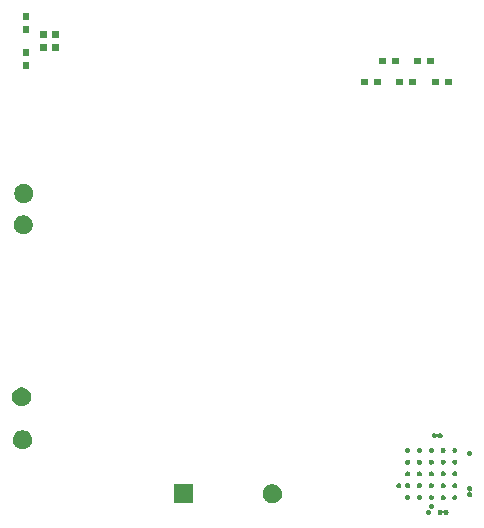
<source format=gbr>
G04 #@! TF.GenerationSoftware,KiCad,Pcbnew,(5.1.0-0)*
G04 #@! TF.CreationDate,2020-07-17T10:06:28-06:00*
G04 #@! TF.ProjectId,Monitor,4d6f6e69-746f-4722-9e6b-696361645f70,rev?*
G04 #@! TF.SameCoordinates,Original*
G04 #@! TF.FileFunction,Soldermask,Bot*
G04 #@! TF.FilePolarity,Negative*
%FSLAX46Y46*%
G04 Gerber Fmt 4.6, Leading zero omitted, Abs format (unit mm)*
G04 Created by KiCad (PCBNEW (5.1.0-0)) date 2020-07-17 10:06:28*
%MOMM*%
%LPD*%
G04 APERTURE LIST*
%ADD10C,0.100000*%
G04 APERTURE END LIST*
D10*
G36*
X159872946Y-108257493D02*
G01*
X159912220Y-108273761D01*
X159947564Y-108297377D01*
X159977623Y-108327436D01*
X159977626Y-108327441D01*
X160001239Y-108362780D01*
X160001335Y-108363012D01*
X160007202Y-108373990D01*
X160015099Y-108383613D01*
X160024722Y-108391509D01*
X160035700Y-108397377D01*
X160047612Y-108400991D01*
X160060000Y-108402211D01*
X160072388Y-108400991D01*
X160084300Y-108397377D01*
X160095278Y-108391510D01*
X160104901Y-108383613D01*
X160112797Y-108373990D01*
X160118665Y-108363012D01*
X160118761Y-108362780D01*
X160142374Y-108327441D01*
X160142377Y-108327436D01*
X160172436Y-108297377D01*
X160207780Y-108273761D01*
X160247054Y-108257493D01*
X160288746Y-108249200D01*
X160331254Y-108249200D01*
X160372946Y-108257493D01*
X160412220Y-108273761D01*
X160447564Y-108297377D01*
X160477623Y-108327436D01*
X160501239Y-108362780D01*
X160517507Y-108402054D01*
X160525800Y-108443746D01*
X160525800Y-108486254D01*
X160517507Y-108527946D01*
X160501239Y-108567220D01*
X160477623Y-108602564D01*
X160447564Y-108632623D01*
X160412220Y-108656239D01*
X160372946Y-108672507D01*
X160331254Y-108680800D01*
X160288746Y-108680800D01*
X160247054Y-108672507D01*
X160207780Y-108656239D01*
X160172436Y-108632623D01*
X160142377Y-108602564D01*
X160118761Y-108567220D01*
X160118665Y-108566987D01*
X160112798Y-108556010D01*
X160104901Y-108546387D01*
X160095278Y-108538491D01*
X160084300Y-108532623D01*
X160072388Y-108529009D01*
X160060000Y-108527789D01*
X160047612Y-108529009D01*
X160035700Y-108532623D01*
X160024722Y-108538490D01*
X160015099Y-108546387D01*
X160007203Y-108556010D01*
X160001335Y-108566987D01*
X160001239Y-108567220D01*
X159977623Y-108602564D01*
X159947564Y-108632623D01*
X159912220Y-108656239D01*
X159872946Y-108672507D01*
X159831254Y-108680800D01*
X159788746Y-108680800D01*
X159747054Y-108672507D01*
X159707780Y-108656239D01*
X159672436Y-108632623D01*
X159642377Y-108602564D01*
X159618761Y-108567220D01*
X159602493Y-108527946D01*
X159594200Y-108486254D01*
X159594200Y-108443746D01*
X159602493Y-108402054D01*
X159618761Y-108362780D01*
X159642377Y-108327436D01*
X159672436Y-108297377D01*
X159707780Y-108273761D01*
X159747054Y-108257493D01*
X159788746Y-108249200D01*
X159831254Y-108249200D01*
X159872946Y-108257493D01*
X159872946Y-108257493D01*
G37*
G36*
X158872946Y-108257493D02*
G01*
X158899205Y-108268370D01*
X158909136Y-108271383D01*
X158911220Y-108273093D01*
X158912219Y-108273761D01*
X158912220Y-108273761D01*
X158947564Y-108297377D01*
X158977623Y-108327436D01*
X159001239Y-108362780D01*
X159017507Y-108402054D01*
X159025800Y-108443746D01*
X159025800Y-108486254D01*
X159017507Y-108527946D01*
X159001239Y-108567220D01*
X158977623Y-108602564D01*
X158947564Y-108632623D01*
X158912220Y-108656239D01*
X158872946Y-108672507D01*
X158831254Y-108680800D01*
X158788746Y-108680800D01*
X158747054Y-108672507D01*
X158707780Y-108656239D01*
X158672436Y-108632623D01*
X158642377Y-108602564D01*
X158618761Y-108567220D01*
X158602493Y-108527946D01*
X158594200Y-108486254D01*
X158594200Y-108443746D01*
X158602493Y-108402054D01*
X158618761Y-108362780D01*
X158642377Y-108327436D01*
X158672436Y-108297377D01*
X158707780Y-108273761D01*
X158747054Y-108257493D01*
X158788746Y-108249200D01*
X158831254Y-108249200D01*
X158872946Y-108257493D01*
X158872946Y-108257493D01*
G37*
G36*
X159122946Y-107757493D02*
G01*
X159162220Y-107773761D01*
X159197564Y-107797377D01*
X159227623Y-107827436D01*
X159251239Y-107862780D01*
X159267507Y-107902054D01*
X159275800Y-107943746D01*
X159275800Y-107986254D01*
X159267507Y-108027946D01*
X159251239Y-108067220D01*
X159227623Y-108102564D01*
X159197564Y-108132623D01*
X159162220Y-108156239D01*
X159122946Y-108172507D01*
X159081254Y-108180800D01*
X159038746Y-108180800D01*
X158997054Y-108172507D01*
X158970795Y-108161630D01*
X158960864Y-108158617D01*
X158958780Y-108156907D01*
X158957780Y-108156239D01*
X158922436Y-108132623D01*
X158892377Y-108102564D01*
X158868761Y-108067220D01*
X158852493Y-108027946D01*
X158844200Y-107986254D01*
X158844200Y-107943746D01*
X158852493Y-107902054D01*
X158868761Y-107862780D01*
X158892377Y-107827436D01*
X158922436Y-107797377D01*
X158957780Y-107773761D01*
X158997054Y-107757493D01*
X159038746Y-107749200D01*
X159081254Y-107749200D01*
X159122946Y-107757493D01*
X159122946Y-107757493D01*
G37*
G36*
X138894400Y-107712800D02*
G01*
X137268800Y-107712800D01*
X137268800Y-106087200D01*
X138894400Y-106087200D01*
X138894400Y-107712800D01*
X138894400Y-107712800D01*
G37*
G36*
X145837085Y-106118435D02*
G01*
X145837088Y-106118436D01*
X145837087Y-106118436D01*
X145985002Y-106179704D01*
X145985005Y-106179706D01*
X146118130Y-106268657D01*
X146231343Y-106381870D01*
X146264037Y-106430800D01*
X146320296Y-106514998D01*
X146356565Y-106602559D01*
X146381565Y-106662915D01*
X146412800Y-106819946D01*
X146412800Y-106980054D01*
X146381565Y-107137085D01*
X146381564Y-107137087D01*
X146320296Y-107285002D01*
X146320294Y-107285005D01*
X146231343Y-107418130D01*
X146118130Y-107531343D01*
X145985005Y-107620294D01*
X145985002Y-107620296D01*
X145864406Y-107670248D01*
X145837085Y-107681565D01*
X145680054Y-107712800D01*
X145519946Y-107712800D01*
X145362915Y-107681565D01*
X145335594Y-107670248D01*
X145214998Y-107620296D01*
X145214995Y-107620294D01*
X145081870Y-107531343D01*
X144968657Y-107418130D01*
X144879706Y-107285005D01*
X144879704Y-107285002D01*
X144818436Y-107137087D01*
X144818435Y-107137085D01*
X144787200Y-106980054D01*
X144787200Y-106819946D01*
X144818435Y-106662915D01*
X144843435Y-106602559D01*
X144879704Y-106514998D01*
X144935963Y-106430800D01*
X144968657Y-106381870D01*
X145081870Y-106268657D01*
X145214995Y-106179706D01*
X145214998Y-106179704D01*
X145362913Y-106118436D01*
X145362912Y-106118436D01*
X145362915Y-106118435D01*
X145519946Y-106087200D01*
X145680054Y-106087200D01*
X145837085Y-106118435D01*
X145837085Y-106118435D01*
G37*
G36*
X158122946Y-107007493D02*
G01*
X158162220Y-107023761D01*
X158197564Y-107047377D01*
X158227623Y-107077436D01*
X158251239Y-107112780D01*
X158267507Y-107152054D01*
X158275800Y-107193746D01*
X158275800Y-107236254D01*
X158267507Y-107277946D01*
X158251239Y-107317220D01*
X158227623Y-107352564D01*
X158197564Y-107382623D01*
X158162220Y-107406239D01*
X158122946Y-107422507D01*
X158081254Y-107430800D01*
X158038746Y-107430800D01*
X157997054Y-107422507D01*
X157957780Y-107406239D01*
X157922436Y-107382623D01*
X157892377Y-107352564D01*
X157868761Y-107317220D01*
X157852493Y-107277946D01*
X157844200Y-107236254D01*
X157844200Y-107193746D01*
X157852493Y-107152054D01*
X157868761Y-107112780D01*
X157892377Y-107077436D01*
X157922436Y-107047377D01*
X157957780Y-107023761D01*
X157997054Y-107007493D01*
X158038746Y-106999200D01*
X158081254Y-106999200D01*
X158122946Y-107007493D01*
X158122946Y-107007493D01*
G37*
G36*
X157122946Y-107007493D02*
G01*
X157162220Y-107023761D01*
X157197564Y-107047377D01*
X157227623Y-107077436D01*
X157251239Y-107112780D01*
X157267507Y-107152054D01*
X157275800Y-107193746D01*
X157275800Y-107236254D01*
X157267507Y-107277946D01*
X157251239Y-107317220D01*
X157227623Y-107352564D01*
X157197564Y-107382623D01*
X157162220Y-107406239D01*
X157122946Y-107422507D01*
X157081254Y-107430800D01*
X157038746Y-107430800D01*
X156997054Y-107422507D01*
X156957780Y-107406239D01*
X156922436Y-107382623D01*
X156892377Y-107352564D01*
X156868761Y-107317220D01*
X156852493Y-107277946D01*
X156844200Y-107236254D01*
X156844200Y-107193746D01*
X156852493Y-107152054D01*
X156868761Y-107112780D01*
X156892377Y-107077436D01*
X156922436Y-107047377D01*
X156957780Y-107023761D01*
X156997054Y-107007493D01*
X157038746Y-106999200D01*
X157081254Y-106999200D01*
X157122946Y-107007493D01*
X157122946Y-107007493D01*
G37*
G36*
X159122946Y-107007493D02*
G01*
X159162220Y-107023761D01*
X159197564Y-107047377D01*
X159227623Y-107077436D01*
X159251239Y-107112780D01*
X159267507Y-107152054D01*
X159275800Y-107193746D01*
X159275800Y-107236254D01*
X159267507Y-107277946D01*
X159251239Y-107317220D01*
X159227623Y-107352564D01*
X159197564Y-107382623D01*
X159162220Y-107406239D01*
X159122946Y-107422507D01*
X159081254Y-107430800D01*
X159038746Y-107430800D01*
X158997054Y-107422507D01*
X158957780Y-107406239D01*
X158922436Y-107382623D01*
X158892377Y-107352564D01*
X158868761Y-107317220D01*
X158852493Y-107277946D01*
X158844200Y-107236254D01*
X158844200Y-107193746D01*
X158852493Y-107152054D01*
X158868761Y-107112780D01*
X158892377Y-107077436D01*
X158922436Y-107047377D01*
X158957780Y-107023761D01*
X158997054Y-107007493D01*
X159038746Y-106999200D01*
X159081254Y-106999200D01*
X159122946Y-107007493D01*
X159122946Y-107007493D01*
G37*
G36*
X161122946Y-107007493D02*
G01*
X161162220Y-107023761D01*
X161197564Y-107047377D01*
X161227623Y-107077436D01*
X161251239Y-107112780D01*
X161267507Y-107152054D01*
X161275800Y-107193746D01*
X161275800Y-107236254D01*
X161267507Y-107277946D01*
X161251239Y-107317220D01*
X161227623Y-107352564D01*
X161197564Y-107382623D01*
X161162220Y-107406239D01*
X161122946Y-107422507D01*
X161081254Y-107430800D01*
X161038746Y-107430800D01*
X160997054Y-107422507D01*
X160957780Y-107406239D01*
X160922436Y-107382623D01*
X160892377Y-107352564D01*
X160868761Y-107317220D01*
X160852493Y-107277946D01*
X160844200Y-107236254D01*
X160844200Y-107193746D01*
X160852493Y-107152054D01*
X160868761Y-107112780D01*
X160892377Y-107077436D01*
X160922436Y-107047377D01*
X160957780Y-107023761D01*
X160997054Y-107007493D01*
X161038746Y-106999200D01*
X161081254Y-106999200D01*
X161122946Y-107007493D01*
X161122946Y-107007493D01*
G37*
G36*
X160122946Y-107007493D02*
G01*
X160162220Y-107023761D01*
X160197564Y-107047377D01*
X160227623Y-107077436D01*
X160251239Y-107112780D01*
X160267507Y-107152054D01*
X160275800Y-107193746D01*
X160275800Y-107236254D01*
X160267507Y-107277946D01*
X160251239Y-107317220D01*
X160227623Y-107352564D01*
X160197564Y-107382623D01*
X160162220Y-107406239D01*
X160122946Y-107422507D01*
X160081254Y-107430800D01*
X160038746Y-107430800D01*
X159997054Y-107422507D01*
X159957780Y-107406239D01*
X159922436Y-107382623D01*
X159892377Y-107352564D01*
X159868761Y-107317220D01*
X159852493Y-107277946D01*
X159844200Y-107236254D01*
X159844200Y-107193746D01*
X159852493Y-107152054D01*
X159868761Y-107112780D01*
X159892377Y-107077436D01*
X159922436Y-107047377D01*
X159957780Y-107023761D01*
X159997054Y-107007493D01*
X160038746Y-106999200D01*
X160081254Y-106999200D01*
X160122946Y-107007493D01*
X160122946Y-107007493D01*
G37*
G36*
X162372946Y-106257493D02*
G01*
X162412220Y-106273761D01*
X162447564Y-106297377D01*
X162477623Y-106327436D01*
X162501239Y-106362780D01*
X162517507Y-106402054D01*
X162525800Y-106443746D01*
X162525800Y-106486254D01*
X162517507Y-106527946D01*
X162501239Y-106567220D01*
X162477623Y-106602564D01*
X162447564Y-106632623D01*
X162412220Y-106656239D01*
X162411988Y-106656335D01*
X162401010Y-106662202D01*
X162391387Y-106670099D01*
X162383491Y-106679722D01*
X162377623Y-106690700D01*
X162374009Y-106702612D01*
X162372789Y-106715000D01*
X162374009Y-106727388D01*
X162377623Y-106739300D01*
X162383490Y-106750278D01*
X162391387Y-106759901D01*
X162401010Y-106767797D01*
X162411987Y-106773665D01*
X162412220Y-106773761D01*
X162447564Y-106797377D01*
X162477623Y-106827436D01*
X162501239Y-106862780D01*
X162517507Y-106902054D01*
X162525800Y-106943746D01*
X162525800Y-106986254D01*
X162517507Y-107027946D01*
X162501239Y-107067220D01*
X162477623Y-107102564D01*
X162447564Y-107132623D01*
X162412220Y-107156239D01*
X162372946Y-107172507D01*
X162331254Y-107180800D01*
X162288746Y-107180800D01*
X162247054Y-107172507D01*
X162207780Y-107156239D01*
X162172436Y-107132623D01*
X162142377Y-107102564D01*
X162118761Y-107067220D01*
X162102493Y-107027946D01*
X162094200Y-106986254D01*
X162094200Y-106943746D01*
X162102493Y-106902054D01*
X162118761Y-106862780D01*
X162142377Y-106827436D01*
X162172436Y-106797377D01*
X162207780Y-106773761D01*
X162208013Y-106773665D01*
X162218990Y-106767798D01*
X162228613Y-106759901D01*
X162236509Y-106750278D01*
X162242377Y-106739300D01*
X162245991Y-106727388D01*
X162247211Y-106715000D01*
X162245991Y-106702612D01*
X162242377Y-106690700D01*
X162236510Y-106679722D01*
X162228613Y-106670099D01*
X162218990Y-106662203D01*
X162208012Y-106656335D01*
X162207780Y-106656239D01*
X162172436Y-106632623D01*
X162142377Y-106602564D01*
X162118761Y-106567220D01*
X162102493Y-106527946D01*
X162094200Y-106486254D01*
X162094200Y-106443746D01*
X162102493Y-106402054D01*
X162118761Y-106362780D01*
X162142377Y-106327436D01*
X162172436Y-106297377D01*
X162207780Y-106273761D01*
X162247054Y-106257493D01*
X162288746Y-106249200D01*
X162331254Y-106249200D01*
X162372946Y-106257493D01*
X162372946Y-106257493D01*
G37*
G36*
X161122946Y-106007493D02*
G01*
X161162220Y-106023761D01*
X161197564Y-106047377D01*
X161227623Y-106077436D01*
X161251239Y-106112780D01*
X161267507Y-106152054D01*
X161275800Y-106193746D01*
X161275800Y-106236254D01*
X161267507Y-106277946D01*
X161251239Y-106317220D01*
X161227623Y-106352564D01*
X161197564Y-106382623D01*
X161162220Y-106406239D01*
X161122946Y-106422507D01*
X161081254Y-106430800D01*
X161038746Y-106430800D01*
X160997054Y-106422507D01*
X160957780Y-106406239D01*
X160922436Y-106382623D01*
X160892377Y-106352564D01*
X160868761Y-106317220D01*
X160852493Y-106277946D01*
X160844200Y-106236254D01*
X160844200Y-106193746D01*
X160852493Y-106152054D01*
X160868761Y-106112780D01*
X160892377Y-106077436D01*
X160922436Y-106047377D01*
X160957780Y-106023761D01*
X160997054Y-106007493D01*
X161038746Y-105999200D01*
X161081254Y-105999200D01*
X161122946Y-106007493D01*
X161122946Y-106007493D01*
G37*
G36*
X160122946Y-106007493D02*
G01*
X160162220Y-106023761D01*
X160197564Y-106047377D01*
X160227623Y-106077436D01*
X160251239Y-106112780D01*
X160267507Y-106152054D01*
X160275800Y-106193746D01*
X160275800Y-106236254D01*
X160267507Y-106277946D01*
X160251239Y-106317220D01*
X160227623Y-106352564D01*
X160197564Y-106382623D01*
X160162220Y-106406239D01*
X160122946Y-106422507D01*
X160081254Y-106430800D01*
X160038746Y-106430800D01*
X159997054Y-106422507D01*
X159957780Y-106406239D01*
X159922436Y-106382623D01*
X159892377Y-106352564D01*
X159868761Y-106317220D01*
X159852493Y-106277946D01*
X159844200Y-106236254D01*
X159844200Y-106193746D01*
X159852493Y-106152054D01*
X159868761Y-106112780D01*
X159892377Y-106077436D01*
X159922436Y-106047377D01*
X159957780Y-106023761D01*
X159997054Y-106007493D01*
X160038746Y-105999200D01*
X160081254Y-105999200D01*
X160122946Y-106007493D01*
X160122946Y-106007493D01*
G37*
G36*
X159122946Y-106007493D02*
G01*
X159162220Y-106023761D01*
X159197564Y-106047377D01*
X159227623Y-106077436D01*
X159251239Y-106112780D01*
X159267507Y-106152054D01*
X159275800Y-106193746D01*
X159275800Y-106236254D01*
X159267507Y-106277946D01*
X159251239Y-106317220D01*
X159227623Y-106352564D01*
X159197564Y-106382623D01*
X159162220Y-106406239D01*
X159122946Y-106422507D01*
X159081254Y-106430800D01*
X159038746Y-106430800D01*
X158997054Y-106422507D01*
X158957780Y-106406239D01*
X158922436Y-106382623D01*
X158892377Y-106352564D01*
X158868761Y-106317220D01*
X158852493Y-106277946D01*
X158844200Y-106236254D01*
X158844200Y-106193746D01*
X158852493Y-106152054D01*
X158868761Y-106112780D01*
X158892377Y-106077436D01*
X158922436Y-106047377D01*
X158957780Y-106023761D01*
X158997054Y-106007493D01*
X159038746Y-105999200D01*
X159081254Y-105999200D01*
X159122946Y-106007493D01*
X159122946Y-106007493D01*
G37*
G36*
X158122946Y-106007493D02*
G01*
X158162220Y-106023761D01*
X158197564Y-106047377D01*
X158227623Y-106077436D01*
X158251239Y-106112780D01*
X158267507Y-106152054D01*
X158275800Y-106193746D01*
X158275800Y-106236254D01*
X158267507Y-106277946D01*
X158251239Y-106317220D01*
X158227623Y-106352564D01*
X158197564Y-106382623D01*
X158162220Y-106406239D01*
X158122946Y-106422507D01*
X158081254Y-106430800D01*
X158038746Y-106430800D01*
X157997054Y-106422507D01*
X157957780Y-106406239D01*
X157922436Y-106382623D01*
X157892377Y-106352564D01*
X157868761Y-106317220D01*
X157852493Y-106277946D01*
X157844200Y-106236254D01*
X157844200Y-106193746D01*
X157852493Y-106152054D01*
X157868761Y-106112780D01*
X157892377Y-106077436D01*
X157922436Y-106047377D01*
X157957780Y-106023761D01*
X157997054Y-106007493D01*
X158038746Y-105999200D01*
X158081254Y-105999200D01*
X158122946Y-106007493D01*
X158122946Y-106007493D01*
G37*
G36*
X157122946Y-106007493D02*
G01*
X157162220Y-106023761D01*
X157197564Y-106047377D01*
X157227623Y-106077436D01*
X157251239Y-106112780D01*
X157267507Y-106152054D01*
X157275800Y-106193746D01*
X157275800Y-106236254D01*
X157267507Y-106277946D01*
X157251239Y-106317220D01*
X157227623Y-106352564D01*
X157197564Y-106382623D01*
X157162220Y-106406239D01*
X157122946Y-106422507D01*
X157081254Y-106430800D01*
X157038746Y-106430800D01*
X156997054Y-106422507D01*
X156957780Y-106406239D01*
X156922436Y-106382623D01*
X156892377Y-106352564D01*
X156868761Y-106317220D01*
X156852493Y-106277946D01*
X156844200Y-106236254D01*
X156844200Y-106193746D01*
X156852493Y-106152054D01*
X156868761Y-106112780D01*
X156892377Y-106077436D01*
X156922436Y-106047377D01*
X156957780Y-106023761D01*
X156997054Y-106007493D01*
X157038746Y-105999200D01*
X157081254Y-105999200D01*
X157122946Y-106007493D01*
X157122946Y-106007493D01*
G37*
G36*
X156372946Y-106007493D02*
G01*
X156412220Y-106023761D01*
X156447564Y-106047377D01*
X156477623Y-106077436D01*
X156501239Y-106112780D01*
X156517507Y-106152054D01*
X156525800Y-106193746D01*
X156525800Y-106236254D01*
X156517507Y-106277946D01*
X156501239Y-106317220D01*
X156477623Y-106352564D01*
X156447564Y-106382623D01*
X156412220Y-106406239D01*
X156372946Y-106422507D01*
X156331254Y-106430800D01*
X156288746Y-106430800D01*
X156247054Y-106422507D01*
X156207780Y-106406239D01*
X156172436Y-106382623D01*
X156142377Y-106352564D01*
X156118761Y-106317220D01*
X156102493Y-106277946D01*
X156094200Y-106236254D01*
X156094200Y-106193746D01*
X156102493Y-106152054D01*
X156118761Y-106112780D01*
X156142377Y-106077436D01*
X156172436Y-106047377D01*
X156207780Y-106023761D01*
X156247054Y-106007493D01*
X156288746Y-105999200D01*
X156331254Y-105999200D01*
X156372946Y-106007493D01*
X156372946Y-106007493D01*
G37*
G36*
X159122946Y-105007493D02*
G01*
X159162220Y-105023761D01*
X159197564Y-105047377D01*
X159227623Y-105077436D01*
X159251239Y-105112780D01*
X159267507Y-105152054D01*
X159275800Y-105193746D01*
X159275800Y-105236254D01*
X159267507Y-105277946D01*
X159251239Y-105317220D01*
X159227623Y-105352564D01*
X159197564Y-105382623D01*
X159162220Y-105406239D01*
X159122946Y-105422507D01*
X159081254Y-105430800D01*
X159038746Y-105430800D01*
X158997054Y-105422507D01*
X158957780Y-105406239D01*
X158922436Y-105382623D01*
X158892377Y-105352564D01*
X158868761Y-105317220D01*
X158852493Y-105277946D01*
X158844200Y-105236254D01*
X158844200Y-105193746D01*
X158852493Y-105152054D01*
X158868761Y-105112780D01*
X158892377Y-105077436D01*
X158922436Y-105047377D01*
X158957780Y-105023761D01*
X158997054Y-105007493D01*
X159038746Y-104999200D01*
X159081254Y-104999200D01*
X159122946Y-105007493D01*
X159122946Y-105007493D01*
G37*
G36*
X157122946Y-105007493D02*
G01*
X157162220Y-105023761D01*
X157197564Y-105047377D01*
X157227623Y-105077436D01*
X157251239Y-105112780D01*
X157267507Y-105152054D01*
X157275800Y-105193746D01*
X157275800Y-105236254D01*
X157267507Y-105277946D01*
X157251239Y-105317220D01*
X157227623Y-105352564D01*
X157197564Y-105382623D01*
X157162220Y-105406239D01*
X157122946Y-105422507D01*
X157081254Y-105430800D01*
X157038746Y-105430800D01*
X156997054Y-105422507D01*
X156957780Y-105406239D01*
X156922436Y-105382623D01*
X156892377Y-105352564D01*
X156868761Y-105317220D01*
X156852493Y-105277946D01*
X156844200Y-105236254D01*
X156844200Y-105193746D01*
X156852493Y-105152054D01*
X156868761Y-105112780D01*
X156892377Y-105077436D01*
X156922436Y-105047377D01*
X156957780Y-105023761D01*
X156997054Y-105007493D01*
X157038746Y-104999200D01*
X157081254Y-104999200D01*
X157122946Y-105007493D01*
X157122946Y-105007493D01*
G37*
G36*
X158122946Y-105007493D02*
G01*
X158162220Y-105023761D01*
X158197564Y-105047377D01*
X158227623Y-105077436D01*
X158251239Y-105112780D01*
X158267507Y-105152054D01*
X158275800Y-105193746D01*
X158275800Y-105236254D01*
X158267507Y-105277946D01*
X158251239Y-105317220D01*
X158227623Y-105352564D01*
X158197564Y-105382623D01*
X158162220Y-105406239D01*
X158122946Y-105422507D01*
X158081254Y-105430800D01*
X158038746Y-105430800D01*
X157997054Y-105422507D01*
X157957780Y-105406239D01*
X157922436Y-105382623D01*
X157892377Y-105352564D01*
X157868761Y-105317220D01*
X157852493Y-105277946D01*
X157844200Y-105236254D01*
X157844200Y-105193746D01*
X157852493Y-105152054D01*
X157868761Y-105112780D01*
X157892377Y-105077436D01*
X157922436Y-105047377D01*
X157957780Y-105023761D01*
X157997054Y-105007493D01*
X158038746Y-104999200D01*
X158081254Y-104999200D01*
X158122946Y-105007493D01*
X158122946Y-105007493D01*
G37*
G36*
X161122946Y-105007493D02*
G01*
X161162220Y-105023761D01*
X161197564Y-105047377D01*
X161227623Y-105077436D01*
X161251239Y-105112780D01*
X161267507Y-105152054D01*
X161275800Y-105193746D01*
X161275800Y-105236254D01*
X161267507Y-105277946D01*
X161251239Y-105317220D01*
X161227623Y-105352564D01*
X161197564Y-105382623D01*
X161162220Y-105406239D01*
X161122946Y-105422507D01*
X161081254Y-105430800D01*
X161038746Y-105430800D01*
X160997054Y-105422507D01*
X160957780Y-105406239D01*
X160922436Y-105382623D01*
X160892377Y-105352564D01*
X160868761Y-105317220D01*
X160852493Y-105277946D01*
X160844200Y-105236254D01*
X160844200Y-105193746D01*
X160852493Y-105152054D01*
X160868761Y-105112780D01*
X160892377Y-105077436D01*
X160922436Y-105047377D01*
X160957780Y-105023761D01*
X160997054Y-105007493D01*
X161038746Y-104999200D01*
X161081254Y-104999200D01*
X161122946Y-105007493D01*
X161122946Y-105007493D01*
G37*
G36*
X160122946Y-105007493D02*
G01*
X160162220Y-105023761D01*
X160197564Y-105047377D01*
X160227623Y-105077436D01*
X160251239Y-105112780D01*
X160267507Y-105152054D01*
X160275800Y-105193746D01*
X160275800Y-105236254D01*
X160267507Y-105277946D01*
X160251239Y-105317220D01*
X160227623Y-105352564D01*
X160197564Y-105382623D01*
X160162220Y-105406239D01*
X160122946Y-105422507D01*
X160081254Y-105430800D01*
X160038746Y-105430800D01*
X159997054Y-105422507D01*
X159957780Y-105406239D01*
X159922436Y-105382623D01*
X159892377Y-105352564D01*
X159868761Y-105317220D01*
X159852493Y-105277946D01*
X159844200Y-105236254D01*
X159844200Y-105193746D01*
X159852493Y-105152054D01*
X159868761Y-105112780D01*
X159892377Y-105077436D01*
X159922436Y-105047377D01*
X159957780Y-105023761D01*
X159997054Y-105007493D01*
X160038746Y-104999200D01*
X160081254Y-104999200D01*
X160122946Y-105007493D01*
X160122946Y-105007493D01*
G37*
G36*
X157122946Y-104007493D02*
G01*
X157162220Y-104023761D01*
X157197564Y-104047377D01*
X157227623Y-104077436D01*
X157251239Y-104112780D01*
X157267507Y-104152054D01*
X157275800Y-104193746D01*
X157275800Y-104236254D01*
X157267507Y-104277946D01*
X157251239Y-104317220D01*
X157227623Y-104352564D01*
X157197564Y-104382623D01*
X157162220Y-104406239D01*
X157122946Y-104422507D01*
X157081254Y-104430800D01*
X157038746Y-104430800D01*
X156997054Y-104422507D01*
X156957780Y-104406239D01*
X156922436Y-104382623D01*
X156892377Y-104352564D01*
X156868761Y-104317220D01*
X156852493Y-104277946D01*
X156844200Y-104236254D01*
X156844200Y-104193746D01*
X156852493Y-104152054D01*
X156868761Y-104112780D01*
X156892377Y-104077436D01*
X156922436Y-104047377D01*
X156957780Y-104023761D01*
X156997054Y-104007493D01*
X157038746Y-103999200D01*
X157081254Y-103999200D01*
X157122946Y-104007493D01*
X157122946Y-104007493D01*
G37*
G36*
X159122946Y-104007493D02*
G01*
X159162220Y-104023761D01*
X159197564Y-104047377D01*
X159227623Y-104077436D01*
X159251239Y-104112780D01*
X159267507Y-104152054D01*
X159275800Y-104193746D01*
X159275800Y-104236254D01*
X159267507Y-104277946D01*
X159251239Y-104317220D01*
X159227623Y-104352564D01*
X159197564Y-104382623D01*
X159162220Y-104406239D01*
X159122946Y-104422507D01*
X159081254Y-104430800D01*
X159038746Y-104430800D01*
X158997054Y-104422507D01*
X158957780Y-104406239D01*
X158922436Y-104382623D01*
X158892377Y-104352564D01*
X158868761Y-104317220D01*
X158852493Y-104277946D01*
X158844200Y-104236254D01*
X158844200Y-104193746D01*
X158852493Y-104152054D01*
X158868761Y-104112780D01*
X158892377Y-104077436D01*
X158922436Y-104047377D01*
X158957780Y-104023761D01*
X158997054Y-104007493D01*
X159038746Y-103999200D01*
X159081254Y-103999200D01*
X159122946Y-104007493D01*
X159122946Y-104007493D01*
G37*
G36*
X158122946Y-104007493D02*
G01*
X158162220Y-104023761D01*
X158197564Y-104047377D01*
X158227623Y-104077436D01*
X158251239Y-104112780D01*
X158267507Y-104152054D01*
X158275800Y-104193746D01*
X158275800Y-104236254D01*
X158267507Y-104277946D01*
X158251239Y-104317220D01*
X158227623Y-104352564D01*
X158197564Y-104382623D01*
X158162220Y-104406239D01*
X158122946Y-104422507D01*
X158081254Y-104430800D01*
X158038746Y-104430800D01*
X157997054Y-104422507D01*
X157957780Y-104406239D01*
X157922436Y-104382623D01*
X157892377Y-104352564D01*
X157868761Y-104317220D01*
X157852493Y-104277946D01*
X157844200Y-104236254D01*
X157844200Y-104193746D01*
X157852493Y-104152054D01*
X157868761Y-104112780D01*
X157892377Y-104077436D01*
X157922436Y-104047377D01*
X157957780Y-104023761D01*
X157997054Y-104007493D01*
X158038746Y-103999200D01*
X158081254Y-103999200D01*
X158122946Y-104007493D01*
X158122946Y-104007493D01*
G37*
G36*
X161122946Y-104007493D02*
G01*
X161162220Y-104023761D01*
X161197564Y-104047377D01*
X161227623Y-104077436D01*
X161251239Y-104112780D01*
X161267507Y-104152054D01*
X161275800Y-104193746D01*
X161275800Y-104236254D01*
X161267507Y-104277946D01*
X161251239Y-104317220D01*
X161227623Y-104352564D01*
X161197564Y-104382623D01*
X161162220Y-104406239D01*
X161122946Y-104422507D01*
X161081254Y-104430800D01*
X161038746Y-104430800D01*
X160997054Y-104422507D01*
X160957780Y-104406239D01*
X160922436Y-104382623D01*
X160892377Y-104352564D01*
X160868761Y-104317220D01*
X160852493Y-104277946D01*
X160844200Y-104236254D01*
X160844200Y-104193746D01*
X160852493Y-104152054D01*
X160868761Y-104112780D01*
X160892377Y-104077436D01*
X160922436Y-104047377D01*
X160957780Y-104023761D01*
X160997054Y-104007493D01*
X161038746Y-103999200D01*
X161081254Y-103999200D01*
X161122946Y-104007493D01*
X161122946Y-104007493D01*
G37*
G36*
X160122946Y-104007493D02*
G01*
X160162220Y-104023761D01*
X160197564Y-104047377D01*
X160227623Y-104077436D01*
X160251239Y-104112780D01*
X160267507Y-104152054D01*
X160275800Y-104193746D01*
X160275800Y-104236254D01*
X160267507Y-104277946D01*
X160251239Y-104317220D01*
X160227623Y-104352564D01*
X160197564Y-104382623D01*
X160162220Y-104406239D01*
X160122946Y-104422507D01*
X160081254Y-104430800D01*
X160038746Y-104430800D01*
X159997054Y-104422507D01*
X159957780Y-104406239D01*
X159922436Y-104382623D01*
X159892377Y-104352564D01*
X159868761Y-104317220D01*
X159852493Y-104277946D01*
X159844200Y-104236254D01*
X159844200Y-104193746D01*
X159852493Y-104152054D01*
X159868761Y-104112780D01*
X159892377Y-104077436D01*
X159922436Y-104047377D01*
X159957780Y-104023761D01*
X159997054Y-104007493D01*
X160038746Y-103999200D01*
X160081254Y-103999200D01*
X160122946Y-104007493D01*
X160122946Y-104007493D01*
G37*
G36*
X162372946Y-103257493D02*
G01*
X162412220Y-103273761D01*
X162447564Y-103297377D01*
X162477623Y-103327436D01*
X162501239Y-103362780D01*
X162517507Y-103402054D01*
X162525800Y-103443746D01*
X162525800Y-103486254D01*
X162517507Y-103527946D01*
X162501239Y-103567220D01*
X162477623Y-103602564D01*
X162447564Y-103632623D01*
X162412220Y-103656239D01*
X162372946Y-103672507D01*
X162331254Y-103680800D01*
X162288746Y-103680800D01*
X162247054Y-103672507D01*
X162207780Y-103656239D01*
X162172436Y-103632623D01*
X162142377Y-103602564D01*
X162118761Y-103567220D01*
X162102493Y-103527946D01*
X162094200Y-103486254D01*
X162094200Y-103443746D01*
X162102493Y-103402054D01*
X162118761Y-103362780D01*
X162142377Y-103327436D01*
X162172436Y-103297377D01*
X162207780Y-103273761D01*
X162247054Y-103257493D01*
X162288746Y-103249200D01*
X162331254Y-103249200D01*
X162372946Y-103257493D01*
X162372946Y-103257493D01*
G37*
G36*
X160122946Y-103007493D02*
G01*
X160162220Y-103023761D01*
X160197564Y-103047377D01*
X160227623Y-103077436D01*
X160251239Y-103112780D01*
X160267507Y-103152054D01*
X160275800Y-103193746D01*
X160275800Y-103236254D01*
X160267507Y-103277946D01*
X160251239Y-103317220D01*
X160227623Y-103352564D01*
X160197564Y-103382623D01*
X160162220Y-103406239D01*
X160122946Y-103422507D01*
X160081254Y-103430800D01*
X160038746Y-103430800D01*
X159997054Y-103422507D01*
X159957780Y-103406239D01*
X159922436Y-103382623D01*
X159892377Y-103352564D01*
X159868761Y-103317220D01*
X159852493Y-103277946D01*
X159844200Y-103236254D01*
X159844200Y-103193746D01*
X159852493Y-103152054D01*
X159868761Y-103112780D01*
X159892377Y-103077436D01*
X159922436Y-103047377D01*
X159957780Y-103023761D01*
X159997054Y-103007493D01*
X160038746Y-102999200D01*
X160081254Y-102999200D01*
X160122946Y-103007493D01*
X160122946Y-103007493D01*
G37*
G36*
X159122946Y-103007493D02*
G01*
X159162220Y-103023761D01*
X159197564Y-103047377D01*
X159227623Y-103077436D01*
X159251239Y-103112780D01*
X159267507Y-103152054D01*
X159275800Y-103193746D01*
X159275800Y-103236254D01*
X159267507Y-103277946D01*
X159251239Y-103317220D01*
X159227623Y-103352564D01*
X159197564Y-103382623D01*
X159162220Y-103406239D01*
X159122946Y-103422507D01*
X159081254Y-103430800D01*
X159038746Y-103430800D01*
X158997054Y-103422507D01*
X158957780Y-103406239D01*
X158922436Y-103382623D01*
X158892377Y-103352564D01*
X158868761Y-103317220D01*
X158852493Y-103277946D01*
X158844200Y-103236254D01*
X158844200Y-103193746D01*
X158852493Y-103152054D01*
X158868761Y-103112780D01*
X158892377Y-103077436D01*
X158922436Y-103047377D01*
X158957780Y-103023761D01*
X158997054Y-103007493D01*
X159038746Y-102999200D01*
X159081254Y-102999200D01*
X159122946Y-103007493D01*
X159122946Y-103007493D01*
G37*
G36*
X158122946Y-103007493D02*
G01*
X158162220Y-103023761D01*
X158197564Y-103047377D01*
X158227623Y-103077436D01*
X158251239Y-103112780D01*
X158267507Y-103152054D01*
X158275800Y-103193746D01*
X158275800Y-103236254D01*
X158267507Y-103277946D01*
X158251239Y-103317220D01*
X158227623Y-103352564D01*
X158197564Y-103382623D01*
X158162220Y-103406239D01*
X158122946Y-103422507D01*
X158081254Y-103430800D01*
X158038746Y-103430800D01*
X157997054Y-103422507D01*
X157957780Y-103406239D01*
X157922436Y-103382623D01*
X157892377Y-103352564D01*
X157868761Y-103317220D01*
X157852493Y-103277946D01*
X157844200Y-103236254D01*
X157844200Y-103193746D01*
X157852493Y-103152054D01*
X157868761Y-103112780D01*
X157892377Y-103077436D01*
X157922436Y-103047377D01*
X157957780Y-103023761D01*
X157997054Y-103007493D01*
X158038746Y-102999200D01*
X158081254Y-102999200D01*
X158122946Y-103007493D01*
X158122946Y-103007493D01*
G37*
G36*
X157122946Y-103007493D02*
G01*
X157162220Y-103023761D01*
X157197564Y-103047377D01*
X157227623Y-103077436D01*
X157251239Y-103112780D01*
X157267507Y-103152054D01*
X157275800Y-103193746D01*
X157275800Y-103236254D01*
X157267507Y-103277946D01*
X157251239Y-103317220D01*
X157227623Y-103352564D01*
X157197564Y-103382623D01*
X157162220Y-103406239D01*
X157122946Y-103422507D01*
X157081254Y-103430800D01*
X157038746Y-103430800D01*
X156997054Y-103422507D01*
X156957780Y-103406239D01*
X156922436Y-103382623D01*
X156892377Y-103352564D01*
X156868761Y-103317220D01*
X156852493Y-103277946D01*
X156844200Y-103236254D01*
X156844200Y-103193746D01*
X156852493Y-103152054D01*
X156868761Y-103112780D01*
X156892377Y-103077436D01*
X156922436Y-103047377D01*
X156957780Y-103023761D01*
X156997054Y-103007493D01*
X157038746Y-102999200D01*
X157081254Y-102999200D01*
X157122946Y-103007493D01*
X157122946Y-103007493D01*
G37*
G36*
X161122946Y-103007493D02*
G01*
X161162220Y-103023761D01*
X161197564Y-103047377D01*
X161227623Y-103077436D01*
X161251239Y-103112780D01*
X161267507Y-103152054D01*
X161275800Y-103193746D01*
X161275800Y-103236254D01*
X161267507Y-103277946D01*
X161251239Y-103317220D01*
X161227623Y-103352564D01*
X161197564Y-103382623D01*
X161162220Y-103406239D01*
X161122946Y-103422507D01*
X161081254Y-103430800D01*
X161038746Y-103430800D01*
X160997054Y-103422507D01*
X160957780Y-103406239D01*
X160922436Y-103382623D01*
X160892377Y-103352564D01*
X160868761Y-103317220D01*
X160852493Y-103277946D01*
X160844200Y-103236254D01*
X160844200Y-103193746D01*
X160852493Y-103152054D01*
X160868761Y-103112780D01*
X160892377Y-103077436D01*
X160922436Y-103047377D01*
X160957780Y-103023761D01*
X160997054Y-103007493D01*
X161038746Y-102999200D01*
X161081254Y-102999200D01*
X161122946Y-103007493D01*
X161122946Y-103007493D01*
G37*
G36*
X124683585Y-101554974D02*
G01*
X124683587Y-101554975D01*
X124683588Y-101554975D01*
X124829318Y-101615338D01*
X124960479Y-101702977D01*
X125072023Y-101814521D01*
X125159662Y-101945682D01*
X125201375Y-102046387D01*
X125220026Y-102091415D01*
X125250800Y-102246128D01*
X125250800Y-102403871D01*
X125220025Y-102558588D01*
X125159662Y-102704318D01*
X125072023Y-102835479D01*
X124960479Y-102947023D01*
X124829318Y-103034662D01*
X124683588Y-103095025D01*
X124683587Y-103095025D01*
X124683585Y-103095026D01*
X124528872Y-103125800D01*
X124371128Y-103125800D01*
X124216415Y-103095026D01*
X124216413Y-103095025D01*
X124216412Y-103095025D01*
X124070682Y-103034662D01*
X123939521Y-102947023D01*
X123827977Y-102835479D01*
X123740338Y-102704318D01*
X123679975Y-102558588D01*
X123649200Y-102403871D01*
X123649200Y-102246128D01*
X123679974Y-102091415D01*
X123698625Y-102046387D01*
X123740338Y-101945682D01*
X123827977Y-101814521D01*
X123939521Y-101702977D01*
X124070682Y-101615338D01*
X124216412Y-101554975D01*
X124216413Y-101554975D01*
X124216415Y-101554974D01*
X124371128Y-101524200D01*
X124528872Y-101524200D01*
X124683585Y-101554974D01*
X124683585Y-101554974D01*
G37*
G36*
X159372946Y-101757493D02*
G01*
X159412220Y-101773761D01*
X159447564Y-101797377D01*
X159477623Y-101827436D01*
X159477626Y-101827441D01*
X159501239Y-101862780D01*
X159501335Y-101863012D01*
X159507202Y-101873990D01*
X159515099Y-101883613D01*
X159524722Y-101891509D01*
X159535700Y-101897377D01*
X159547612Y-101900991D01*
X159560000Y-101902211D01*
X159572388Y-101900991D01*
X159584300Y-101897377D01*
X159595278Y-101891510D01*
X159604901Y-101883613D01*
X159612797Y-101873990D01*
X159618665Y-101863012D01*
X159618761Y-101862780D01*
X159642374Y-101827441D01*
X159642377Y-101827436D01*
X159672436Y-101797377D01*
X159707780Y-101773761D01*
X159747054Y-101757493D01*
X159788746Y-101749200D01*
X159831254Y-101749200D01*
X159872946Y-101757493D01*
X159912220Y-101773761D01*
X159947564Y-101797377D01*
X159977623Y-101827436D01*
X160001239Y-101862780D01*
X160017507Y-101902054D01*
X160025800Y-101943746D01*
X160025800Y-101986254D01*
X160017507Y-102027946D01*
X160001239Y-102067220D01*
X159977623Y-102102564D01*
X159947564Y-102132623D01*
X159912220Y-102156239D01*
X159872946Y-102172507D01*
X159831254Y-102180800D01*
X159788746Y-102180800D01*
X159747054Y-102172507D01*
X159707780Y-102156239D01*
X159672436Y-102132623D01*
X159642377Y-102102564D01*
X159618761Y-102067220D01*
X159618665Y-102066987D01*
X159612798Y-102056010D01*
X159604901Y-102046387D01*
X159595278Y-102038491D01*
X159584300Y-102032623D01*
X159572388Y-102029009D01*
X159560000Y-102027789D01*
X159547612Y-102029009D01*
X159535700Y-102032623D01*
X159524722Y-102038490D01*
X159515099Y-102046387D01*
X159507203Y-102056010D01*
X159501335Y-102066987D01*
X159501239Y-102067220D01*
X159477623Y-102102564D01*
X159447564Y-102132623D01*
X159412220Y-102156239D01*
X159372946Y-102172507D01*
X159331254Y-102180800D01*
X159288746Y-102180800D01*
X159247054Y-102172507D01*
X159207780Y-102156239D01*
X159172436Y-102132623D01*
X159142377Y-102102564D01*
X159118761Y-102067220D01*
X159102493Y-102027946D01*
X159094200Y-101986254D01*
X159094200Y-101943746D01*
X159102493Y-101902054D01*
X159118761Y-101862780D01*
X159142377Y-101827436D01*
X159172436Y-101797377D01*
X159207780Y-101773761D01*
X159247054Y-101757493D01*
X159288746Y-101749200D01*
X159331254Y-101749200D01*
X159372946Y-101757493D01*
X159372946Y-101757493D01*
G37*
G36*
X124608585Y-97929974D02*
G01*
X124608587Y-97929975D01*
X124608588Y-97929975D01*
X124754318Y-97990338D01*
X124885479Y-98077977D01*
X124997023Y-98189521D01*
X125084662Y-98320682D01*
X125145025Y-98466412D01*
X125175800Y-98621129D01*
X125175800Y-98778871D01*
X125145025Y-98933588D01*
X125084662Y-99079318D01*
X124997023Y-99210479D01*
X124885479Y-99322023D01*
X124754318Y-99409662D01*
X124608588Y-99470025D01*
X124608587Y-99470025D01*
X124608585Y-99470026D01*
X124453872Y-99500800D01*
X124296128Y-99500800D01*
X124141415Y-99470026D01*
X124141413Y-99470025D01*
X124141412Y-99470025D01*
X123995682Y-99409662D01*
X123864521Y-99322023D01*
X123752977Y-99210479D01*
X123665338Y-99079318D01*
X123604975Y-98933588D01*
X123574200Y-98778871D01*
X123574200Y-98621129D01*
X123604975Y-98466412D01*
X123665338Y-98320682D01*
X123752977Y-98189521D01*
X123864521Y-98077977D01*
X123995682Y-97990338D01*
X124141412Y-97929975D01*
X124141413Y-97929975D01*
X124141415Y-97929974D01*
X124296128Y-97899200D01*
X124453872Y-97899200D01*
X124608585Y-97929974D01*
X124608585Y-97929974D01*
G37*
G36*
X124758585Y-83354974D02*
G01*
X124758587Y-83354975D01*
X124758588Y-83354975D01*
X124904318Y-83415338D01*
X125035479Y-83502977D01*
X125147023Y-83614521D01*
X125234662Y-83745682D01*
X125295025Y-83891412D01*
X125325800Y-84046129D01*
X125325800Y-84203871D01*
X125295025Y-84358588D01*
X125234662Y-84504318D01*
X125147023Y-84635479D01*
X125035479Y-84747023D01*
X124904318Y-84834662D01*
X124758588Y-84895025D01*
X124758587Y-84895025D01*
X124758585Y-84895026D01*
X124603872Y-84925800D01*
X124446128Y-84925800D01*
X124291415Y-84895026D01*
X124291413Y-84895025D01*
X124291412Y-84895025D01*
X124145682Y-84834662D01*
X124014521Y-84747023D01*
X123902977Y-84635479D01*
X123815338Y-84504318D01*
X123754975Y-84358588D01*
X123724200Y-84203871D01*
X123724200Y-84046129D01*
X123754975Y-83891412D01*
X123815338Y-83745682D01*
X123902977Y-83614521D01*
X124014521Y-83502977D01*
X124145682Y-83415338D01*
X124291412Y-83354975D01*
X124291413Y-83354975D01*
X124291415Y-83354974D01*
X124446128Y-83324200D01*
X124603872Y-83324200D01*
X124758585Y-83354974D01*
X124758585Y-83354974D01*
G37*
G36*
X124783585Y-80704974D02*
G01*
X124783587Y-80704975D01*
X124783588Y-80704975D01*
X124929318Y-80765338D01*
X125060479Y-80852977D01*
X125172023Y-80964521D01*
X125259662Y-81095682D01*
X125320025Y-81241412D01*
X125350800Y-81396129D01*
X125350800Y-81553871D01*
X125320025Y-81708588D01*
X125259662Y-81854318D01*
X125172023Y-81985479D01*
X125060479Y-82097023D01*
X124929318Y-82184662D01*
X124783588Y-82245025D01*
X124783587Y-82245025D01*
X124783585Y-82245026D01*
X124628872Y-82275800D01*
X124471128Y-82275800D01*
X124316415Y-82245026D01*
X124316413Y-82245025D01*
X124316412Y-82245025D01*
X124170682Y-82184662D01*
X124039521Y-82097023D01*
X123927977Y-81985479D01*
X123840338Y-81854318D01*
X123779975Y-81708588D01*
X123749200Y-81553871D01*
X123749200Y-81396129D01*
X123779975Y-81241412D01*
X123840338Y-81095682D01*
X123927977Y-80964521D01*
X124039521Y-80852977D01*
X124170682Y-80765338D01*
X124316412Y-80704975D01*
X124316413Y-80704975D01*
X124316415Y-80704974D01*
X124471128Y-80674200D01*
X124628872Y-80674200D01*
X124783585Y-80704974D01*
X124783585Y-80704974D01*
G37*
G36*
X160800000Y-72300000D02*
G01*
X160200000Y-72300000D01*
X160200000Y-71770000D01*
X160800000Y-71770000D01*
X160800000Y-72300000D01*
X160800000Y-72300000D01*
G37*
G36*
X157800000Y-72300000D02*
G01*
X157200000Y-72300000D01*
X157200000Y-71770000D01*
X157800000Y-71770000D01*
X157800000Y-72300000D01*
X157800000Y-72300000D01*
G37*
G36*
X156700000Y-72300000D02*
G01*
X156100000Y-72300000D01*
X156100000Y-71770000D01*
X156700000Y-71770000D01*
X156700000Y-72300000D01*
X156700000Y-72300000D01*
G37*
G36*
X154800000Y-72300000D02*
G01*
X154200000Y-72300000D01*
X154200000Y-71770000D01*
X154800000Y-71770000D01*
X154800000Y-72300000D01*
X154800000Y-72300000D01*
G37*
G36*
X153700000Y-72300000D02*
G01*
X153100000Y-72300000D01*
X153100000Y-71770000D01*
X153700000Y-71770000D01*
X153700000Y-72300000D01*
X153700000Y-72300000D01*
G37*
G36*
X159700000Y-72300000D02*
G01*
X159100000Y-72300000D01*
X159100000Y-71770000D01*
X159700000Y-71770000D01*
X159700000Y-72300000D01*
X159700000Y-72300000D01*
G37*
G36*
X125030000Y-70950000D02*
G01*
X124500000Y-70950000D01*
X124500000Y-70350000D01*
X125030000Y-70350000D01*
X125030000Y-70950000D01*
X125030000Y-70950000D01*
G37*
G36*
X159300000Y-70530000D02*
G01*
X158700000Y-70530000D01*
X158700000Y-70000000D01*
X159300000Y-70000000D01*
X159300000Y-70530000D01*
X159300000Y-70530000D01*
G37*
G36*
X158200000Y-70530000D02*
G01*
X157600000Y-70530000D01*
X157600000Y-70000000D01*
X158200000Y-70000000D01*
X158200000Y-70530000D01*
X158200000Y-70530000D01*
G37*
G36*
X156300000Y-70530000D02*
G01*
X155700000Y-70530000D01*
X155700000Y-70000000D01*
X156300000Y-70000000D01*
X156300000Y-70530000D01*
X156300000Y-70530000D01*
G37*
G36*
X155200000Y-70530000D02*
G01*
X154600000Y-70530000D01*
X154600000Y-70000000D01*
X155200000Y-70000000D01*
X155200000Y-70530000D01*
X155200000Y-70530000D01*
G37*
G36*
X125030000Y-69850000D02*
G01*
X124500000Y-69850000D01*
X124500000Y-69250000D01*
X125030000Y-69250000D01*
X125030000Y-69850000D01*
X125030000Y-69850000D01*
G37*
G36*
X126500000Y-69400000D02*
G01*
X125970000Y-69400000D01*
X125970000Y-68800000D01*
X126500000Y-68800000D01*
X126500000Y-69400000D01*
X126500000Y-69400000D01*
G37*
G36*
X127520000Y-69400000D02*
G01*
X126990000Y-69400000D01*
X126990000Y-68800000D01*
X127520000Y-68800000D01*
X127520000Y-69400000D01*
X127520000Y-69400000D01*
G37*
G36*
X126500000Y-68300000D02*
G01*
X125970000Y-68300000D01*
X125970000Y-67700000D01*
X126500000Y-67700000D01*
X126500000Y-68300000D01*
X126500000Y-68300000D01*
G37*
G36*
X127520000Y-68300000D02*
G01*
X126990000Y-68300000D01*
X126990000Y-67700000D01*
X127520000Y-67700000D01*
X127520000Y-68300000D01*
X127520000Y-68300000D01*
G37*
G36*
X125030000Y-67900000D02*
G01*
X124500000Y-67900000D01*
X124500000Y-67300000D01*
X125030000Y-67300000D01*
X125030000Y-67900000D01*
X125030000Y-67900000D01*
G37*
G36*
X125030000Y-66800000D02*
G01*
X124500000Y-66800000D01*
X124500000Y-66200000D01*
X125030000Y-66200000D01*
X125030000Y-66800000D01*
X125030000Y-66800000D01*
G37*
M02*

</source>
